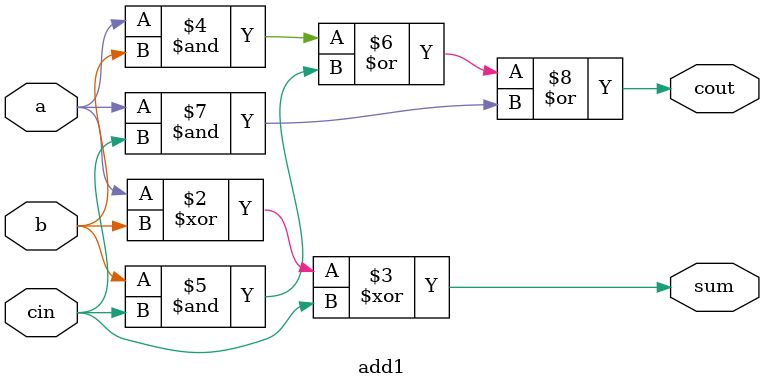
<source format=v>
`timescale 1ns / 1ps


module add1(input a, input b, input cin, output reg sum, output reg cout);

    always @ (a, b, cin)
    begin 
        sum = a ^ b ^ cin;
        cout = (a & b) | (b & cin)|(a&cin);
    end

endmodule


</source>
